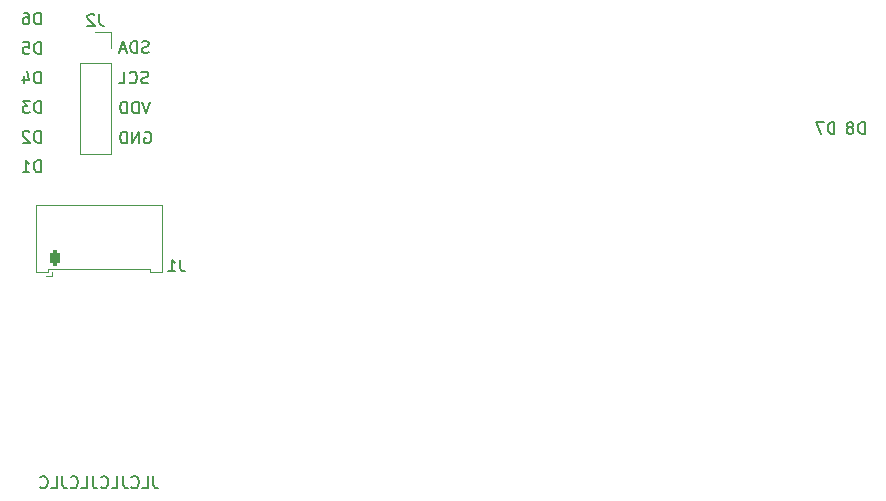
<source format=gbo>
G04 #@! TF.GenerationSoftware,KiCad,Pcbnew,(6.0.5)*
G04 #@! TF.CreationDate,2022-06-15T23:31:17+02:00*
G04 #@! TF.ProjectId,plate-SI,706c6174-652d-4534-992e-6b696361645f,rev?*
G04 #@! TF.SameCoordinates,Original*
G04 #@! TF.FileFunction,Legend,Bot*
G04 #@! TF.FilePolarity,Positive*
%FSLAX46Y46*%
G04 Gerber Fmt 4.6, Leading zero omitted, Abs format (unit mm)*
G04 Created by KiCad (PCBNEW (6.0.5)) date 2022-06-15 23:31:17*
%MOMM*%
%LPD*%
G01*
G04 APERTURE LIST*
G04 Aperture macros list*
%AMRoundRect*
0 Rectangle with rounded corners*
0 $1 Rounding radius*
0 $2 $3 $4 $5 $6 $7 $8 $9 X,Y pos of 4 corners*
0 Add a 4 corners polygon primitive as box body*
4,1,4,$2,$3,$4,$5,$6,$7,$8,$9,$2,$3,0*
0 Add four circle primitives for the rounded corners*
1,1,$1+$1,$2,$3*
1,1,$1+$1,$4,$5*
1,1,$1+$1,$6,$7*
1,1,$1+$1,$8,$9*
0 Add four rect primitives between the rounded corners*
20,1,$1+$1,$2,$3,$4,$5,0*
20,1,$1+$1,$4,$5,$6,$7,0*
20,1,$1+$1,$6,$7,$8,$9,0*
20,1,$1+$1,$8,$9,$2,$3,0*%
G04 Aperture macros list end*
%ADD10C,0.150000*%
%ADD11C,0.120000*%
%ADD12R,1.700000X1.700000*%
%ADD13O,1.700000X1.700000*%
%ADD14R,1.800000X1.800000*%
%ADD15C,1.800000*%
%ADD16RoundRect,0.200000X-0.200000X-0.450000X0.200000X-0.450000X0.200000X0.450000X-0.200000X0.450000X0*%
%ADD17O,0.800000X1.300000*%
G04 APERTURE END LIST*
D10*
X3883214Y20492500D02*
X3978452Y20540119D01*
X4121309Y20540119D01*
X4264166Y20492500D01*
X4359404Y20397261D01*
X4407023Y20302023D01*
X4454642Y20111547D01*
X4454642Y19968690D01*
X4407023Y19778214D01*
X4359404Y19682976D01*
X4264166Y19587738D01*
X4121309Y19540119D01*
X4026071Y19540119D01*
X3883214Y19587738D01*
X3835595Y19635357D01*
X3835595Y19968690D01*
X4026071Y19968690D01*
X3407023Y19540119D02*
X3407023Y20540119D01*
X2835595Y19540119D01*
X2835595Y20540119D01*
X2359404Y19540119D02*
X2359404Y20540119D01*
X2121309Y20540119D01*
X1978452Y20492500D01*
X1883214Y20397261D01*
X1835595Y20302023D01*
X1787976Y20111547D01*
X1787976Y19968690D01*
X1835595Y19778214D01*
X1883214Y19682976D01*
X1978452Y19587738D01*
X2121309Y19540119D01*
X2359404Y19540119D01*
X4168928Y24667738D02*
X4026071Y24620119D01*
X3787976Y24620119D01*
X3692738Y24667738D01*
X3645119Y24715357D01*
X3597500Y24810595D01*
X3597500Y24905833D01*
X3645119Y25001071D01*
X3692738Y25048690D01*
X3787976Y25096309D01*
X3978452Y25143928D01*
X4073690Y25191547D01*
X4121309Y25239166D01*
X4168928Y25334404D01*
X4168928Y25429642D01*
X4121309Y25524880D01*
X4073690Y25572500D01*
X3978452Y25620119D01*
X3740357Y25620119D01*
X3597500Y25572500D01*
X2597499Y24715357D02*
X2645119Y24667738D01*
X2787976Y24620119D01*
X2883214Y24620119D01*
X3026071Y24667738D01*
X3121309Y24762976D01*
X3168928Y24858214D01*
X3216547Y25048690D01*
X3216547Y25191547D01*
X3168928Y25382023D01*
X3121309Y25477261D01*
X3026071Y25572500D01*
X2883214Y25620119D01*
X2787976Y25620119D01*
X2645119Y25572500D01*
X2597499Y25524880D01*
X1692738Y24620119D02*
X2168928Y24620119D01*
X2168928Y25620119D01*
X4216547Y27257738D02*
X4073690Y27210119D01*
X3835595Y27210119D01*
X3740357Y27257738D01*
X3692738Y27305357D01*
X3645119Y27400595D01*
X3645119Y27495833D01*
X3692738Y27591071D01*
X3740357Y27638690D01*
X3835595Y27686309D01*
X4026071Y27733928D01*
X4121309Y27781547D01*
X4168928Y27829166D01*
X4216547Y27924404D01*
X4216547Y28019642D01*
X4168928Y28114880D01*
X4121309Y28162500D01*
X4026071Y28210119D01*
X3787976Y28210119D01*
X3645119Y28162500D01*
X3216547Y27210119D02*
X3216547Y28210119D01*
X2978452Y28210119D01*
X2835595Y28162500D01*
X2740357Y28067261D01*
X2692738Y27972023D01*
X2645119Y27781547D01*
X2645119Y27638690D01*
X2692738Y27448214D01*
X2740357Y27352976D01*
X2835595Y27257738D01*
X2978452Y27210119D01*
X3216547Y27210119D01*
X2264166Y27495833D02*
X1787976Y27495833D01*
X2359404Y27210119D02*
X2026071Y28210119D01*
X1692738Y27210119D01*
X4359404Y23080119D02*
X4026071Y22080119D01*
X3692738Y23080119D01*
X3359404Y22080119D02*
X3359404Y23080119D01*
X3121309Y23080119D01*
X2978452Y23032500D01*
X2883214Y22937261D01*
X2835595Y22842023D01*
X2787976Y22651547D01*
X2787976Y22508690D01*
X2835595Y22318214D01*
X2883214Y22222976D01*
X2978452Y22127738D01*
X3121309Y22080119D01*
X3359404Y22080119D01*
X2359404Y22080119D02*
X2359404Y23080119D01*
X2121309Y23080119D01*
X1978452Y23032500D01*
X1883214Y22937261D01*
X1835595Y22842023D01*
X1787976Y22651547D01*
X1787976Y22508690D01*
X1835595Y22318214D01*
X1883214Y22222976D01*
X1978452Y22127738D01*
X2121309Y22080119D01*
X2359404Y22080119D01*
X4619047Y-8652380D02*
X4619047Y-9366666D01*
X4666666Y-9509523D01*
X4761904Y-9604761D01*
X4904761Y-9652380D01*
X4999999Y-9652380D01*
X3666666Y-9652380D02*
X4142857Y-9652380D01*
X4142857Y-8652380D01*
X2761904Y-9557142D02*
X2809523Y-9604761D01*
X2952380Y-9652380D01*
X3047619Y-9652380D01*
X3190476Y-9604761D01*
X3285714Y-9509523D01*
X3333333Y-9414285D01*
X3380952Y-9223809D01*
X3380952Y-9080952D01*
X3333333Y-8890476D01*
X3285714Y-8795238D01*
X3190476Y-8700000D01*
X3047619Y-8652380D01*
X2952380Y-8652380D01*
X2809523Y-8700000D01*
X2761904Y-8747619D01*
X2047619Y-8652380D02*
X2047619Y-9366666D01*
X2095238Y-9509523D01*
X2190476Y-9604761D01*
X2333333Y-9652380D01*
X2428571Y-9652380D01*
X1095238Y-9652380D02*
X1571428Y-9652380D01*
X1571428Y-8652380D01*
X190476Y-9557142D02*
X238095Y-9604761D01*
X380952Y-9652380D01*
X476190Y-9652380D01*
X619047Y-9604761D01*
X714285Y-9509523D01*
X761904Y-9414285D01*
X809523Y-9223809D01*
X809523Y-9080952D01*
X761904Y-8890476D01*
X714285Y-8795238D01*
X619047Y-8700000D01*
X476190Y-8652380D01*
X380952Y-8652380D01*
X238095Y-8700000D01*
X190476Y-8747619D01*
X-523809Y-8652380D02*
X-523809Y-9366666D01*
X-476190Y-9509523D01*
X-380952Y-9604761D01*
X-238095Y-9652380D01*
X-142857Y-9652380D01*
X-1476190Y-9652380D02*
X-1000000Y-9652380D01*
X-1000000Y-8652380D01*
X-2380952Y-9557142D02*
X-2333333Y-9604761D01*
X-2190476Y-9652380D01*
X-2095238Y-9652380D01*
X-1952380Y-9604761D01*
X-1857142Y-9509523D01*
X-1809523Y-9414285D01*
X-1761904Y-9223809D01*
X-1761904Y-9080952D01*
X-1809523Y-8890476D01*
X-1857142Y-8795238D01*
X-1952380Y-8700000D01*
X-2095238Y-8652380D01*
X-2190476Y-8652380D01*
X-2333333Y-8700000D01*
X-2380952Y-8747619D01*
X-3095238Y-8652380D02*
X-3095238Y-9366666D01*
X-3047619Y-9509523D01*
X-2952380Y-9604761D01*
X-2809523Y-9652380D01*
X-2714285Y-9652380D01*
X-4047619Y-9652380D02*
X-3571428Y-9652380D01*
X-3571428Y-8652380D01*
X-4952380Y-9557142D02*
X-4904761Y-9604761D01*
X-4761904Y-9652380D01*
X-4666666Y-9652380D01*
X-4523809Y-9604761D01*
X-4428571Y-9509523D01*
X-4380952Y-9414285D01*
X-4333333Y-9223809D01*
X-4333333Y-9080952D01*
X-4380952Y-8890476D01*
X-4428571Y-8795238D01*
X-4523809Y-8700000D01*
X-4666666Y-8652380D01*
X-4761904Y-8652380D01*
X-4904761Y-8700000D01*
X-4952380Y-8747619D01*
G04 #@! TO.C,D1*
X-4936904Y17110119D02*
X-4936904Y18110119D01*
X-5175000Y18110119D01*
X-5317857Y18062500D01*
X-5413095Y17967261D01*
X-5460714Y17872023D01*
X-5508333Y17681547D01*
X-5508333Y17538690D01*
X-5460714Y17348214D01*
X-5413095Y17252976D01*
X-5317857Y17157738D01*
X-5175000Y17110119D01*
X-4936904Y17110119D01*
X-6460714Y17110119D02*
X-5889285Y17110119D01*
X-6174999Y17110119D02*
X-6174999Y18110119D01*
X-6079761Y17967261D01*
X-5984523Y17872023D01*
X-5889285Y17824404D01*
G04 #@! TO.C,D7*
X62263095Y20347619D02*
X62263095Y21347619D01*
X62025000Y21347619D01*
X61882142Y21300000D01*
X61786904Y21204761D01*
X61739285Y21109523D01*
X61691666Y20919047D01*
X61691666Y20776190D01*
X61739285Y20585714D01*
X61786904Y20490476D01*
X61882142Y20395238D01*
X62025000Y20347619D01*
X62263095Y20347619D01*
X61358333Y21347619D02*
X60691666Y21347619D01*
X61120238Y20347619D01*
G04 #@! TO.C,D3*
X-4936904Y22110119D02*
X-4936904Y23110119D01*
X-5175000Y23110119D01*
X-5317857Y23062500D01*
X-5413095Y22967261D01*
X-5460714Y22872023D01*
X-5508333Y22681547D01*
X-5508333Y22538690D01*
X-5460714Y22348214D01*
X-5413095Y22252976D01*
X-5317857Y22157738D01*
X-5175000Y22110119D01*
X-4936904Y22110119D01*
X-5841666Y23110119D02*
X-6460714Y23110119D01*
X-6127380Y22729166D01*
X-6270238Y22729166D01*
X-6365476Y22681547D01*
X-6413095Y22633928D01*
X-6460714Y22538690D01*
X-6460714Y22300595D01*
X-6413095Y22205357D01*
X-6365476Y22157738D01*
X-6270238Y22110119D01*
X-5984523Y22110119D01*
X-5889285Y22157738D01*
X-5841666Y22205357D01*
G04 #@! TO.C,D5*
X-4936904Y27110119D02*
X-4936904Y28110119D01*
X-5175000Y28110119D01*
X-5317857Y28062500D01*
X-5413095Y27967261D01*
X-5460714Y27872023D01*
X-5508333Y27681547D01*
X-5508333Y27538690D01*
X-5460714Y27348214D01*
X-5413095Y27252976D01*
X-5317857Y27157738D01*
X-5175000Y27110119D01*
X-4936904Y27110119D01*
X-6413095Y28110119D02*
X-5936904Y28110119D01*
X-5889285Y27633928D01*
X-5936904Y27681547D01*
X-6032142Y27729166D01*
X-6270238Y27729166D01*
X-6365476Y27681547D01*
X-6413095Y27633928D01*
X-6460714Y27538690D01*
X-6460714Y27300595D01*
X-6413095Y27205357D01*
X-6365476Y27157738D01*
X-6270238Y27110119D01*
X-6032142Y27110119D01*
X-5936904Y27157738D01*
X-5889285Y27205357D01*
G04 #@! TO.C,J2*
X33333Y30490119D02*
X33333Y29775833D01*
X80952Y29632976D01*
X176190Y29537738D01*
X319047Y29490119D01*
X414285Y29490119D01*
X-395238Y30394880D02*
X-442857Y30442500D01*
X-538095Y30490119D01*
X-776190Y30490119D01*
X-871428Y30442500D01*
X-919047Y30394880D01*
X-966666Y30299642D01*
X-966666Y30204404D01*
X-919047Y30061547D01*
X-347619Y29490119D01*
X-966666Y29490119D01*
G04 #@! TO.C,D6*
X-4936904Y29610119D02*
X-4936904Y30610119D01*
X-5175000Y30610119D01*
X-5317857Y30562500D01*
X-5413095Y30467261D01*
X-5460714Y30372023D01*
X-5508333Y30181547D01*
X-5508333Y30038690D01*
X-5460714Y29848214D01*
X-5413095Y29752976D01*
X-5317857Y29657738D01*
X-5175000Y29610119D01*
X-4936904Y29610119D01*
X-6365476Y30610119D02*
X-6174999Y30610119D01*
X-6079761Y30562500D01*
X-6032142Y30514880D01*
X-5936904Y30372023D01*
X-5889285Y30181547D01*
X-5889285Y29800595D01*
X-5936904Y29705357D01*
X-5984523Y29657738D01*
X-6079761Y29610119D01*
X-6270238Y29610119D01*
X-6365476Y29657738D01*
X-6413095Y29705357D01*
X-6460714Y29800595D01*
X-6460714Y30038690D01*
X-6413095Y30133928D01*
X-6365476Y30181547D01*
X-6270238Y30229166D01*
X-6079761Y30229166D01*
X-5984523Y30181547D01*
X-5936904Y30133928D01*
X-5889285Y30038690D01*
G04 #@! TO.C,D8*
X64828095Y20347619D02*
X64828095Y21347619D01*
X64590000Y21347619D01*
X64447142Y21300000D01*
X64351904Y21204761D01*
X64304285Y21109523D01*
X64256666Y20919047D01*
X64256666Y20776190D01*
X64304285Y20585714D01*
X64351904Y20490476D01*
X64447142Y20395238D01*
X64590000Y20347619D01*
X64828095Y20347619D01*
X63685238Y20919047D02*
X63780476Y20966666D01*
X63828095Y21014285D01*
X63875714Y21109523D01*
X63875714Y21157142D01*
X63828095Y21252380D01*
X63780476Y21300000D01*
X63685238Y21347619D01*
X63494761Y21347619D01*
X63399523Y21300000D01*
X63351904Y21252380D01*
X63304285Y21157142D01*
X63304285Y21109523D01*
X63351904Y21014285D01*
X63399523Y20966666D01*
X63494761Y20919047D01*
X63685238Y20919047D01*
X63780476Y20871428D01*
X63828095Y20823809D01*
X63875714Y20728571D01*
X63875714Y20538095D01*
X63828095Y20442857D01*
X63780476Y20395238D01*
X63685238Y20347619D01*
X63494761Y20347619D01*
X63399523Y20395238D01*
X63351904Y20442857D01*
X63304285Y20538095D01*
X63304285Y20728571D01*
X63351904Y20823809D01*
X63399523Y20871428D01*
X63494761Y20919047D01*
G04 #@! TO.C,D4*
X-4936904Y24610119D02*
X-4936904Y25610119D01*
X-5175000Y25610119D01*
X-5317857Y25562500D01*
X-5413095Y25467261D01*
X-5460714Y25372023D01*
X-5508333Y25181547D01*
X-5508333Y25038690D01*
X-5460714Y24848214D01*
X-5413095Y24752976D01*
X-5317857Y24657738D01*
X-5175000Y24610119D01*
X-4936904Y24610119D01*
X-6365476Y25276785D02*
X-6365476Y24610119D01*
X-6127380Y25657738D02*
X-5889285Y24943452D01*
X-6508333Y24943452D01*
G04 #@! TO.C,D2*
X-4936904Y19610119D02*
X-4936904Y20610119D01*
X-5175000Y20610119D01*
X-5317857Y20562500D01*
X-5413095Y20467261D01*
X-5460714Y20372023D01*
X-5508333Y20181547D01*
X-5508333Y20038690D01*
X-5460714Y19848214D01*
X-5413095Y19752976D01*
X-5317857Y19657738D01*
X-5175000Y19610119D01*
X-4936904Y19610119D01*
X-5889285Y20514880D02*
X-5936904Y20562500D01*
X-6032142Y20610119D01*
X-6270238Y20610119D01*
X-6365476Y20562500D01*
X-6413095Y20514880D01*
X-6460714Y20419642D01*
X-6460714Y20324404D01*
X-6413095Y20181547D01*
X-5841666Y19610119D01*
X-6460714Y19610119D01*
G04 #@! TO.C,J1*
X6883333Y9697619D02*
X6883333Y8983333D01*
X6930952Y8840476D01*
X7026190Y8745238D01*
X7169047Y8697619D01*
X7264285Y8697619D01*
X5883333Y8697619D02*
X6454761Y8697619D01*
X6169047Y8697619D02*
X6169047Y9697619D01*
X6264285Y9554761D01*
X6359523Y9459523D01*
X6454761Y9411904D01*
D11*
G04 #@! TO.C,J2*
X1030000Y27612500D02*
X1030000Y28942500D01*
X-1630000Y26342500D02*
X-1630000Y18662500D01*
X1030000Y26342500D02*
X1030000Y18662500D01*
X1030000Y18662500D02*
X-1630000Y18662500D01*
X1030000Y28942500D02*
X-300000Y28942500D01*
X1030000Y26342500D02*
X-1630000Y26342500D01*
G04 #@! TO.C,J1*
X-5360000Y8640000D02*
X-5360000Y14360000D01*
X4290000Y8940000D02*
X4290000Y8640000D01*
X5360000Y14360000D02*
X0Y14360000D01*
X-5360000Y14360000D02*
X0Y14360000D01*
X4290000Y8640000D02*
X5360000Y8640000D01*
X-4290000Y8640000D02*
X-5360000Y8640000D01*
X-4000000Y8650000D02*
X-4000000Y8350000D01*
X-4290000Y8940000D02*
X-4290000Y8640000D01*
X-4000000Y8350000D02*
X-4500000Y8350000D01*
X0Y8940000D02*
X-4290000Y8940000D01*
X5360000Y8640000D02*
X5360000Y14360000D01*
X0Y8940000D02*
X4290000Y8940000D01*
G04 #@! TD*
%LPC*%
D12*
G04 #@! TO.C,J2*
X-300000Y27612500D03*
D13*
X-300000Y25072500D03*
X-300000Y22532500D03*
X-300000Y19992500D03*
G04 #@! TD*
D14*
G04 #@! TO.C,D8*
X64000000Y23025000D03*
D15*
X64000000Y25565000D03*
G04 #@! TD*
D16*
G04 #@! TO.C,J1*
X-3750000Y9800000D03*
D17*
X-2500000Y9800000D03*
X-1250000Y9800000D03*
X0Y9800000D03*
X1250000Y9800000D03*
X2500000Y9800000D03*
X3750000Y9800000D03*
G04 #@! TD*
M02*

</source>
